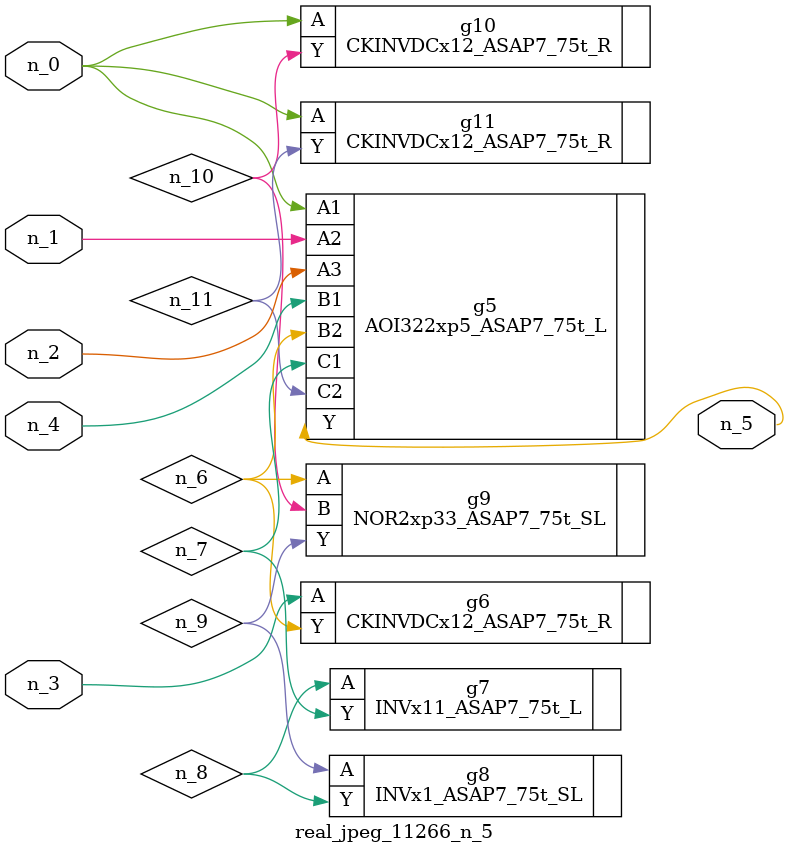
<source format=v>
module real_jpeg_11266_n_5 (n_4, n_0, n_1, n_2, n_3, n_5);

input n_4;
input n_0;
input n_1;
input n_2;
input n_3;

output n_5;

wire n_8;
wire n_11;
wire n_6;
wire n_7;
wire n_10;
wire n_9;

AOI322xp5_ASAP7_75t_L g5 ( 
.A1(n_0),
.A2(n_1),
.A3(n_2),
.B1(n_4),
.B2(n_6),
.C1(n_7),
.C2(n_11),
.Y(n_5)
);

CKINVDCx12_ASAP7_75t_R g10 ( 
.A(n_0),
.Y(n_10)
);

CKINVDCx12_ASAP7_75t_R g11 ( 
.A(n_0),
.Y(n_11)
);

CKINVDCx12_ASAP7_75t_R g6 ( 
.A(n_3),
.Y(n_6)
);

NOR2xp33_ASAP7_75t_SL g9 ( 
.A(n_6),
.B(n_10),
.Y(n_9)
);

INVx11_ASAP7_75t_L g7 ( 
.A(n_8),
.Y(n_7)
);

INVx1_ASAP7_75t_SL g8 ( 
.A(n_9),
.Y(n_8)
);


endmodule
</source>
